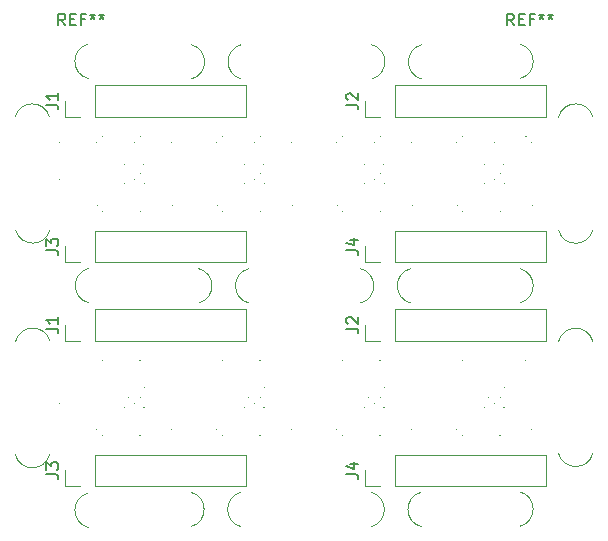
<source format=gbr>
G04 #@! TF.GenerationSoftware,KiCad,Pcbnew,(5.1.9)-1*
G04 #@! TF.CreationDate,2021-05-14T23:18:57-04:00*
G04 #@! TF.ProjectId,2xOPT Panelized,32784f50-5420-4506-916e-656c697a6564,rev?*
G04 #@! TF.SameCoordinates,Original*
G04 #@! TF.FileFunction,Legend,Top*
G04 #@! TF.FilePolarity,Positive*
%FSLAX46Y46*%
G04 Gerber Fmt 4.6, Leading zero omitted, Abs format (unit mm)*
G04 Created by KiCad (PCBNEW (5.1.9)-1) date 2021-05-14 23:18:57*
%MOMM*%
%LPD*%
G01*
G04 APERTURE LIST*
%ADD10C,0.120000*%
%ADD11C,0.100000*%
%ADD12C,0.150000*%
G04 APERTURE END LIST*
D10*
X110621410Y-99955737D02*
G75*
G02*
X110600000Y-97050000I378590J1455737D01*
G01*
X107355737Y-93778590D02*
G75*
G02*
X104450000Y-93800000I-1455737J378590D01*
G01*
X153355737Y-93678590D02*
G75*
G02*
X150450000Y-93700000I-1455737J378590D01*
G01*
X147178590Y-96944263D02*
G75*
G02*
X147200000Y-99850000I-378590J-1455737D01*
G01*
X147178590Y-59044263D02*
G75*
G02*
X147200000Y-61950000I-378590J-1455737D01*
G01*
X150444263Y-65221410D02*
G75*
G02*
X153350000Y-65200000I1455737J-378590D01*
G01*
X104444263Y-65221410D02*
G75*
G02*
X107350000Y-65200000I1455737J-378590D01*
G01*
X110621410Y-61955737D02*
G75*
G02*
X110600000Y-59050000I378590J1455737D01*
G01*
X119354684Y-59081549D02*
G75*
G02*
X119374999Y-61986999I-379684J-1455451D01*
G01*
X123595316Y-61992451D02*
G75*
G02*
X123575001Y-59087001I379684J1455451D01*
G01*
X134617184Y-59081549D02*
G75*
G02*
X134637499Y-61986999I-379684J-1455451D01*
G01*
X138857816Y-61992451D02*
G75*
G02*
X138837501Y-59087001I379684J1455451D01*
G01*
X138820316Y-99892451D02*
G75*
G02*
X138800001Y-96987001I379684J1455451D01*
G01*
X134579684Y-96981549D02*
G75*
G02*
X134599999Y-99886999I-379684J-1455451D01*
G01*
X123557816Y-99892451D02*
G75*
G02*
X123537501Y-96987001I379684J1455451D01*
G01*
X119317184Y-96981549D02*
G75*
G02*
X119337499Y-99886999I-379684J-1455451D01*
G01*
X137920316Y-80955451D02*
G75*
G02*
X137900001Y-78050001I379684J1455451D01*
G01*
X133679684Y-78044549D02*
G75*
G02*
X133699999Y-80949999I-379684J-1455451D01*
G01*
X124220316Y-80955451D02*
G75*
G02*
X124200001Y-78050001I379684J1455451D01*
G01*
X119979684Y-78044549D02*
G75*
G02*
X119999999Y-80949999I-379684J-1455451D01*
G01*
X153355737Y-74778590D02*
G75*
G02*
X150450000Y-74800000I-1455737J378590D01*
G01*
X150444263Y-84221410D02*
G75*
G02*
X153350000Y-84200000I1455737J-378590D01*
G01*
X147178590Y-78044263D02*
G75*
G02*
X147200000Y-80950000I-378590J-1455737D01*
G01*
X104481763Y-84208410D02*
G75*
G02*
X107387500Y-84187000I1455737J-378590D01*
G01*
X107393237Y-74765590D02*
G75*
G02*
X104487500Y-74787000I-1455737J378590D01*
G01*
X110658910Y-80942737D02*
G75*
G02*
X110637500Y-78037000I378590J1455737D01*
G01*
X149395000Y-77501000D02*
X149395000Y-74841000D01*
X136635000Y-77501000D02*
X149395000Y-77501000D01*
X136635000Y-74841000D02*
X149395000Y-74841000D01*
X136635000Y-77501000D02*
X136635000Y-74841000D01*
X135365000Y-77501000D02*
X134035000Y-77501000D01*
X134035000Y-77501000D02*
X134035000Y-76171000D01*
X123995000Y-77501000D02*
X123995000Y-74841000D01*
X111235000Y-77501000D02*
X123995000Y-77501000D01*
X111235000Y-74841000D02*
X123995000Y-74841000D01*
X111235000Y-77501000D02*
X111235000Y-74841000D01*
X109965000Y-77501000D02*
X108635000Y-77501000D01*
X108635000Y-77501000D02*
X108635000Y-76171000D01*
X149395000Y-65182000D02*
X149395000Y-62522000D01*
X136635000Y-65182000D02*
X149395000Y-65182000D01*
X136635000Y-62522000D02*
X149395000Y-62522000D01*
X136635000Y-65182000D02*
X136635000Y-62522000D01*
X135365000Y-65182000D02*
X134035000Y-65182000D01*
X134035000Y-65182000D02*
X134035000Y-63852000D01*
X123995000Y-65182000D02*
X123995000Y-62522000D01*
X111235000Y-65182000D02*
X123995000Y-65182000D01*
X111235000Y-62522000D02*
X123995000Y-62522000D01*
X111235000Y-65182000D02*
X111235000Y-62522000D01*
X109965000Y-65182000D02*
X108635000Y-65182000D01*
X108635000Y-65182000D02*
X108635000Y-63852000D01*
D11*
X111393500Y-67331000D02*
G75*
G03*
X111393500Y-67331000I-50000J0D01*
G01*
X111393500Y-72686000D02*
G75*
G03*
X111393500Y-72686000I-50000J0D01*
G01*
X111891500Y-66833500D02*
G75*
G03*
X111891500Y-66833500I-50000J0D01*
G01*
X113752246Y-69191746D02*
G75*
G03*
X113752246Y-69191746I-50000J0D01*
G01*
X114071500Y-70008500D02*
G75*
G03*
X114071500Y-70008500I-50000J0D01*
G01*
X113752246Y-70825254D02*
G75*
G03*
X113752246Y-70825254I-50000J0D01*
G01*
X111891500Y-73183500D02*
G75*
G03*
X111891500Y-73183500I-50000J0D01*
G01*
X114569500Y-67331000D02*
G75*
G03*
X114569500Y-67331000I-50000J0D01*
G01*
X114569500Y-70506000D02*
G75*
G03*
X114569500Y-70506000I-50000J0D01*
G01*
X115066500Y-66833500D02*
G75*
G03*
X115066500Y-66833500I-50000J0D01*
G01*
X115385754Y-69191746D02*
G75*
G03*
X115385754Y-69191746I-50000J0D01*
G01*
X115066500Y-70008500D02*
G75*
G03*
X115066500Y-70008500I-50000J0D01*
G01*
X115385754Y-70825254D02*
G75*
G03*
X115385754Y-70825254I-50000J0D01*
G01*
X115066500Y-73183500D02*
G75*
G03*
X115066500Y-73183500I-50000J0D01*
G01*
X117743500Y-67331000D02*
G75*
G03*
X117743500Y-67331000I-50000J0D01*
G01*
X117743500Y-72686000D02*
G75*
G03*
X117743500Y-72686000I-50000J0D01*
G01*
X121553500Y-67331000D02*
G75*
G03*
X121553500Y-67331000I-50000J0D01*
G01*
X121553500Y-72686000D02*
G75*
G03*
X121553500Y-72686000I-50000J0D01*
G01*
X122051500Y-66833500D02*
G75*
G03*
X122051500Y-66833500I-50000J0D01*
G01*
X123912246Y-69191746D02*
G75*
G03*
X123912246Y-69191746I-50000J0D01*
G01*
X124231500Y-70008500D02*
G75*
G03*
X124231500Y-70008500I-50000J0D01*
G01*
X123912246Y-70825254D02*
G75*
G03*
X123912246Y-70825254I-50000J0D01*
G01*
X122051500Y-73183500D02*
G75*
G03*
X122051500Y-73183500I-50000J0D01*
G01*
X124729500Y-67331000D02*
G75*
G03*
X124729500Y-67331000I-50000J0D01*
G01*
X124729500Y-70506000D02*
G75*
G03*
X124729500Y-70506000I-50000J0D01*
G01*
X125226500Y-66833500D02*
G75*
G03*
X125226500Y-66833500I-50000J0D01*
G01*
X125545754Y-69191746D02*
G75*
G03*
X125545754Y-69191746I-50000J0D01*
G01*
X125226500Y-70008500D02*
G75*
G03*
X125226500Y-70008500I-50000J0D01*
G01*
X125545754Y-70825254D02*
G75*
G03*
X125545754Y-70825254I-50000J0D01*
G01*
X125226500Y-73183500D02*
G75*
G03*
X125226500Y-73183500I-50000J0D01*
G01*
X127903500Y-67331000D02*
G75*
G03*
X127903500Y-67331000I-50000J0D01*
G01*
X127903500Y-72686000D02*
G75*
G03*
X127903500Y-72686000I-50000J0D01*
G01*
X131713500Y-67331000D02*
G75*
G03*
X131713500Y-67331000I-50000J0D01*
G01*
X131713500Y-72686000D02*
G75*
G03*
X131713500Y-72686000I-50000J0D01*
G01*
X132211500Y-66833500D02*
G75*
G03*
X132211500Y-66833500I-50000J0D01*
G01*
X134072246Y-69191746D02*
G75*
G03*
X134072246Y-69191746I-50000J0D01*
G01*
X134391500Y-70008500D02*
G75*
G03*
X134391500Y-70008500I-50000J0D01*
G01*
X134072246Y-70825254D02*
G75*
G03*
X134072246Y-70825254I-50000J0D01*
G01*
X132211500Y-73183500D02*
G75*
G03*
X132211500Y-73183500I-50000J0D01*
G01*
X134889500Y-67331000D02*
G75*
G03*
X134889500Y-67331000I-50000J0D01*
G01*
X134889500Y-70506000D02*
G75*
G03*
X134889500Y-70506000I-50000J0D01*
G01*
X135386500Y-66833500D02*
G75*
G03*
X135386500Y-66833500I-50000J0D01*
G01*
X135705754Y-69191746D02*
G75*
G03*
X135705754Y-69191746I-50000J0D01*
G01*
X135386500Y-70008500D02*
G75*
G03*
X135386500Y-70008500I-50000J0D01*
G01*
X135705754Y-70825254D02*
G75*
G03*
X135705754Y-70825254I-50000J0D01*
G01*
X135386500Y-73183500D02*
G75*
G03*
X135386500Y-73183500I-50000J0D01*
G01*
X138063500Y-67331000D02*
G75*
G03*
X138063500Y-67331000I-50000J0D01*
G01*
X138063500Y-72686000D02*
G75*
G03*
X138063500Y-72686000I-50000J0D01*
G01*
X141873500Y-67331000D02*
G75*
G03*
X141873500Y-67331000I-50000J0D01*
G01*
X141873500Y-72686000D02*
G75*
G03*
X141873500Y-72686000I-50000J0D01*
G01*
X142371500Y-66833500D02*
G75*
G03*
X142371500Y-66833500I-50000J0D01*
G01*
X144232246Y-69191746D02*
G75*
G03*
X144232246Y-69191746I-50000J0D01*
G01*
X144551500Y-70008500D02*
G75*
G03*
X144551500Y-70008500I-50000J0D01*
G01*
X144232246Y-70825254D02*
G75*
G03*
X144232246Y-70825254I-50000J0D01*
G01*
X142371500Y-73183500D02*
G75*
G03*
X142371500Y-73183500I-50000J0D01*
G01*
X145049500Y-67331000D02*
G75*
G03*
X145049500Y-67331000I-50000J0D01*
G01*
X145049500Y-70509000D02*
G75*
G03*
X145049500Y-70509000I-50000J0D01*
G01*
X147726500Y-66833500D02*
G75*
G03*
X147726500Y-66833500I-50000J0D01*
G01*
X145865754Y-69191746D02*
G75*
G03*
X145865754Y-69191746I-50000J0D01*
G01*
X145546500Y-70008500D02*
G75*
G03*
X145546500Y-70008500I-50000J0D01*
G01*
X145865754Y-70825254D02*
G75*
G03*
X145865754Y-70825254I-50000J0D01*
G01*
X145546500Y-73183500D02*
G75*
G03*
X145546500Y-73183500I-50000J0D01*
G01*
X148223500Y-67331000D02*
G75*
G03*
X148223500Y-67331000I-50000J0D01*
G01*
X148223500Y-72686000D02*
G75*
G03*
X148223500Y-72686000I-50000J0D01*
G01*
X108219500Y-67331000D02*
G75*
G03*
X108219500Y-67331000I-50000J0D01*
G01*
X108219500Y-70506000D02*
G75*
G03*
X108219500Y-70506000I-50000J0D01*
G01*
D10*
X149395000Y-96451000D02*
X149395000Y-93791000D01*
X136635000Y-96451000D02*
X149395000Y-96451000D01*
X136635000Y-93791000D02*
X149395000Y-93791000D01*
X136635000Y-96451000D02*
X136635000Y-93791000D01*
X135365000Y-96451000D02*
X134035000Y-96451000D01*
X134035000Y-96451000D02*
X134035000Y-95121000D01*
X123995000Y-96451000D02*
X123995000Y-93791000D01*
X111235000Y-96451000D02*
X123995000Y-96451000D01*
X111235000Y-93791000D02*
X123995000Y-93791000D01*
X111235000Y-96451000D02*
X111235000Y-93791000D01*
X109965000Y-96451000D02*
X108635000Y-96451000D01*
X108635000Y-96451000D02*
X108635000Y-95121000D01*
X149395000Y-84132000D02*
X149395000Y-81472000D01*
X136635000Y-84132000D02*
X149395000Y-84132000D01*
X136635000Y-81472000D02*
X149395000Y-81472000D01*
X136635000Y-84132000D02*
X136635000Y-81472000D01*
X135365000Y-84132000D02*
X134035000Y-84132000D01*
X134035000Y-84132000D02*
X134035000Y-82802000D01*
X123995000Y-84132000D02*
X123995000Y-81472000D01*
X111235000Y-84132000D02*
X123995000Y-84132000D01*
X111235000Y-81472000D02*
X123995000Y-81472000D01*
X111235000Y-84132000D02*
X111235000Y-81472000D01*
X109965000Y-84132000D02*
X108635000Y-84132000D01*
X108635000Y-84132000D02*
X108635000Y-82802000D01*
D11*
X111393500Y-86281000D02*
G75*
G03*
X111393500Y-86281000I-50000J0D01*
G01*
X111393500Y-91636000D02*
G75*
G03*
X111393500Y-91636000I-50000J0D01*
G01*
X111891500Y-85783500D02*
G75*
G03*
X111891500Y-85783500I-50000J0D01*
G01*
X113752246Y-88141746D02*
G75*
G03*
X113752246Y-88141746I-50000J0D01*
G01*
X114071500Y-88958500D02*
G75*
G03*
X114071500Y-88958500I-50000J0D01*
G01*
X113752246Y-89775254D02*
G75*
G03*
X113752246Y-89775254I-50000J0D01*
G01*
X111891500Y-92133500D02*
G75*
G03*
X111891500Y-92133500I-50000J0D01*
G01*
X114569500Y-86281000D02*
G75*
G03*
X114569500Y-86281000I-50000J0D01*
G01*
X114569500Y-89456000D02*
G75*
G03*
X114569500Y-89456000I-50000J0D01*
G01*
X115066500Y-85783500D02*
G75*
G03*
X115066500Y-85783500I-50000J0D01*
G01*
X115385754Y-88141746D02*
G75*
G03*
X115385754Y-88141746I-50000J0D01*
G01*
X115066500Y-88958500D02*
G75*
G03*
X115066500Y-88958500I-50000J0D01*
G01*
X115385754Y-89775254D02*
G75*
G03*
X115385754Y-89775254I-50000J0D01*
G01*
X115066500Y-92133500D02*
G75*
G03*
X115066500Y-92133500I-50000J0D01*
G01*
X117743500Y-86281000D02*
G75*
G03*
X117743500Y-86281000I-50000J0D01*
G01*
X117743500Y-91636000D02*
G75*
G03*
X117743500Y-91636000I-50000J0D01*
G01*
X121553500Y-86281000D02*
G75*
G03*
X121553500Y-86281000I-50000J0D01*
G01*
X121553500Y-91636000D02*
G75*
G03*
X121553500Y-91636000I-50000J0D01*
G01*
X122051500Y-85783500D02*
G75*
G03*
X122051500Y-85783500I-50000J0D01*
G01*
X123912246Y-88141746D02*
G75*
G03*
X123912246Y-88141746I-50000J0D01*
G01*
X124231500Y-88958500D02*
G75*
G03*
X124231500Y-88958500I-50000J0D01*
G01*
X123912246Y-89775254D02*
G75*
G03*
X123912246Y-89775254I-50000J0D01*
G01*
X122051500Y-92133500D02*
G75*
G03*
X122051500Y-92133500I-50000J0D01*
G01*
X124729500Y-86281000D02*
G75*
G03*
X124729500Y-86281000I-50000J0D01*
G01*
X124729500Y-89456000D02*
G75*
G03*
X124729500Y-89456000I-50000J0D01*
G01*
X125226500Y-85783500D02*
G75*
G03*
X125226500Y-85783500I-50000J0D01*
G01*
X125545754Y-88141746D02*
G75*
G03*
X125545754Y-88141746I-50000J0D01*
G01*
X125226500Y-88958500D02*
G75*
G03*
X125226500Y-88958500I-50000J0D01*
G01*
X125545754Y-89775254D02*
G75*
G03*
X125545754Y-89775254I-50000J0D01*
G01*
X125226500Y-92133500D02*
G75*
G03*
X125226500Y-92133500I-50000J0D01*
G01*
X127903500Y-86281000D02*
G75*
G03*
X127903500Y-86281000I-50000J0D01*
G01*
X127903500Y-91636000D02*
G75*
G03*
X127903500Y-91636000I-50000J0D01*
G01*
X131713500Y-86281000D02*
G75*
G03*
X131713500Y-86281000I-50000J0D01*
G01*
X131713500Y-91636000D02*
G75*
G03*
X131713500Y-91636000I-50000J0D01*
G01*
X132211500Y-85783500D02*
G75*
G03*
X132211500Y-85783500I-50000J0D01*
G01*
X134072246Y-88141746D02*
G75*
G03*
X134072246Y-88141746I-50000J0D01*
G01*
X134391500Y-88958500D02*
G75*
G03*
X134391500Y-88958500I-50000J0D01*
G01*
X134072246Y-89775254D02*
G75*
G03*
X134072246Y-89775254I-50000J0D01*
G01*
X132211500Y-92133500D02*
G75*
G03*
X132211500Y-92133500I-50000J0D01*
G01*
X134889500Y-86281000D02*
G75*
G03*
X134889500Y-86281000I-50000J0D01*
G01*
X134889500Y-89456000D02*
G75*
G03*
X134889500Y-89456000I-50000J0D01*
G01*
X135386500Y-85783500D02*
G75*
G03*
X135386500Y-85783500I-50000J0D01*
G01*
X135705754Y-88141746D02*
G75*
G03*
X135705754Y-88141746I-50000J0D01*
G01*
X135386500Y-88958500D02*
G75*
G03*
X135386500Y-88958500I-50000J0D01*
G01*
X135705754Y-89775254D02*
G75*
G03*
X135705754Y-89775254I-50000J0D01*
G01*
X135386500Y-92133500D02*
G75*
G03*
X135386500Y-92133500I-50000J0D01*
G01*
X138063500Y-86281000D02*
G75*
G03*
X138063500Y-86281000I-50000J0D01*
G01*
X138063500Y-91636000D02*
G75*
G03*
X138063500Y-91636000I-50000J0D01*
G01*
X141873500Y-86281000D02*
G75*
G03*
X141873500Y-86281000I-50000J0D01*
G01*
X141873500Y-91636000D02*
G75*
G03*
X141873500Y-91636000I-50000J0D01*
G01*
X142371500Y-85783500D02*
G75*
G03*
X142371500Y-85783500I-50000J0D01*
G01*
X144232246Y-88141746D02*
G75*
G03*
X144232246Y-88141746I-50000J0D01*
G01*
X144551500Y-88958500D02*
G75*
G03*
X144551500Y-88958500I-50000J0D01*
G01*
X144232246Y-89775254D02*
G75*
G03*
X144232246Y-89775254I-50000J0D01*
G01*
X142371500Y-92133500D02*
G75*
G03*
X142371500Y-92133500I-50000J0D01*
G01*
X145049500Y-86281000D02*
G75*
G03*
X145049500Y-86281000I-50000J0D01*
G01*
X145049500Y-89459000D02*
G75*
G03*
X145049500Y-89459000I-50000J0D01*
G01*
X147726500Y-85783500D02*
G75*
G03*
X147726500Y-85783500I-50000J0D01*
G01*
X145865754Y-88141746D02*
G75*
G03*
X145865754Y-88141746I-50000J0D01*
G01*
X145546500Y-88958500D02*
G75*
G03*
X145546500Y-88958500I-50000J0D01*
G01*
X145865754Y-89775254D02*
G75*
G03*
X145865754Y-89775254I-50000J0D01*
G01*
X145546500Y-92133500D02*
G75*
G03*
X145546500Y-92133500I-50000J0D01*
G01*
X148223500Y-86281000D02*
G75*
G03*
X148223500Y-86281000I-50000J0D01*
G01*
X148223500Y-91636000D02*
G75*
G03*
X148223500Y-91636000I-50000J0D01*
G01*
X108219500Y-86281000D02*
G75*
G03*
X108219500Y-86281000I-50000J0D01*
G01*
X108219500Y-89456000D02*
G75*
G03*
X108219500Y-89456000I-50000J0D01*
G01*
D12*
X146666666Y-57452380D02*
X146333333Y-56976190D01*
X146095238Y-57452380D02*
X146095238Y-56452380D01*
X146476190Y-56452380D01*
X146571428Y-56500000D01*
X146619047Y-56547619D01*
X146666666Y-56642857D01*
X146666666Y-56785714D01*
X146619047Y-56880952D01*
X146571428Y-56928571D01*
X146476190Y-56976190D01*
X146095238Y-56976190D01*
X147095238Y-56928571D02*
X147428571Y-56928571D01*
X147571428Y-57452380D02*
X147095238Y-57452380D01*
X147095238Y-56452380D01*
X147571428Y-56452380D01*
X148333333Y-56928571D02*
X148000000Y-56928571D01*
X148000000Y-57452380D02*
X148000000Y-56452380D01*
X148476190Y-56452380D01*
X149000000Y-56452380D02*
X149000000Y-56690476D01*
X148761904Y-56595238D02*
X149000000Y-56690476D01*
X149238095Y-56595238D01*
X148857142Y-56880952D02*
X149000000Y-56690476D01*
X149142857Y-56880952D01*
X149761904Y-56452380D02*
X149761904Y-56690476D01*
X149523809Y-56595238D02*
X149761904Y-56690476D01*
X150000000Y-56595238D01*
X149619047Y-56880952D02*
X149761904Y-56690476D01*
X149904761Y-56880952D01*
X108666666Y-57452380D02*
X108333333Y-56976190D01*
X108095238Y-57452380D02*
X108095238Y-56452380D01*
X108476190Y-56452380D01*
X108571428Y-56500000D01*
X108619047Y-56547619D01*
X108666666Y-56642857D01*
X108666666Y-56785714D01*
X108619047Y-56880952D01*
X108571428Y-56928571D01*
X108476190Y-56976190D01*
X108095238Y-56976190D01*
X109095238Y-56928571D02*
X109428571Y-56928571D01*
X109571428Y-57452380D02*
X109095238Y-57452380D01*
X109095238Y-56452380D01*
X109571428Y-56452380D01*
X110333333Y-56928571D02*
X110000000Y-56928571D01*
X110000000Y-57452380D02*
X110000000Y-56452380D01*
X110476190Y-56452380D01*
X111000000Y-56452380D02*
X111000000Y-56690476D01*
X110761904Y-56595238D02*
X111000000Y-56690476D01*
X111238095Y-56595238D01*
X110857142Y-56880952D02*
X111000000Y-56690476D01*
X111142857Y-56880952D01*
X111761904Y-56452380D02*
X111761904Y-56690476D01*
X111523809Y-56595238D02*
X111761904Y-56690476D01*
X112000000Y-56595238D01*
X111619047Y-56880952D02*
X111761904Y-56690476D01*
X111904761Y-56880952D01*
X132487380Y-76504333D02*
X133201666Y-76504333D01*
X133344523Y-76551952D01*
X133439761Y-76647190D01*
X133487380Y-76790047D01*
X133487380Y-76885285D01*
X132820714Y-75599571D02*
X133487380Y-75599571D01*
X132439761Y-75837666D02*
X133154047Y-76075761D01*
X133154047Y-75456714D01*
X107087380Y-76504333D02*
X107801666Y-76504333D01*
X107944523Y-76551952D01*
X108039761Y-76647190D01*
X108087380Y-76790047D01*
X108087380Y-76885285D01*
X107087380Y-76123380D02*
X107087380Y-75504333D01*
X107468333Y-75837666D01*
X107468333Y-75694809D01*
X107515952Y-75599571D01*
X107563571Y-75551952D01*
X107658809Y-75504333D01*
X107896904Y-75504333D01*
X107992142Y-75551952D01*
X108039761Y-75599571D01*
X108087380Y-75694809D01*
X108087380Y-75980523D01*
X108039761Y-76075761D01*
X107992142Y-76123380D01*
X132487380Y-64185333D02*
X133201666Y-64185333D01*
X133344523Y-64232952D01*
X133439761Y-64328190D01*
X133487380Y-64471047D01*
X133487380Y-64566285D01*
X132582619Y-63756761D02*
X132535000Y-63709142D01*
X132487380Y-63613904D01*
X132487380Y-63375809D01*
X132535000Y-63280571D01*
X132582619Y-63232952D01*
X132677857Y-63185333D01*
X132773095Y-63185333D01*
X132915952Y-63232952D01*
X133487380Y-63804380D01*
X133487380Y-63185333D01*
X107087380Y-64185333D02*
X107801666Y-64185333D01*
X107944523Y-64232952D01*
X108039761Y-64328190D01*
X108087380Y-64471047D01*
X108087380Y-64566285D01*
X108087380Y-63185333D02*
X108087380Y-63756761D01*
X108087380Y-63471047D02*
X107087380Y-63471047D01*
X107230238Y-63566285D01*
X107325476Y-63661523D01*
X107373095Y-63756761D01*
X132487380Y-95454333D02*
X133201666Y-95454333D01*
X133344523Y-95501952D01*
X133439761Y-95597190D01*
X133487380Y-95740047D01*
X133487380Y-95835285D01*
X132820714Y-94549571D02*
X133487380Y-94549571D01*
X132439761Y-94787666D02*
X133154047Y-95025761D01*
X133154047Y-94406714D01*
X107087380Y-95454333D02*
X107801666Y-95454333D01*
X107944523Y-95501952D01*
X108039761Y-95597190D01*
X108087380Y-95740047D01*
X108087380Y-95835285D01*
X107087380Y-95073380D02*
X107087380Y-94454333D01*
X107468333Y-94787666D01*
X107468333Y-94644809D01*
X107515952Y-94549571D01*
X107563571Y-94501952D01*
X107658809Y-94454333D01*
X107896904Y-94454333D01*
X107992142Y-94501952D01*
X108039761Y-94549571D01*
X108087380Y-94644809D01*
X108087380Y-94930523D01*
X108039761Y-95025761D01*
X107992142Y-95073380D01*
X132487380Y-83135333D02*
X133201666Y-83135333D01*
X133344523Y-83182952D01*
X133439761Y-83278190D01*
X133487380Y-83421047D01*
X133487380Y-83516285D01*
X132582619Y-82706761D02*
X132535000Y-82659142D01*
X132487380Y-82563904D01*
X132487380Y-82325809D01*
X132535000Y-82230571D01*
X132582619Y-82182952D01*
X132677857Y-82135333D01*
X132773095Y-82135333D01*
X132915952Y-82182952D01*
X133487380Y-82754380D01*
X133487380Y-82135333D01*
X107087380Y-83135333D02*
X107801666Y-83135333D01*
X107944523Y-83182952D01*
X108039761Y-83278190D01*
X108087380Y-83421047D01*
X108087380Y-83516285D01*
X108087380Y-82135333D02*
X108087380Y-82706761D01*
X108087380Y-82421047D02*
X107087380Y-82421047D01*
X107230238Y-82516285D01*
X107325476Y-82611523D01*
X107373095Y-82706761D01*
M02*

</source>
